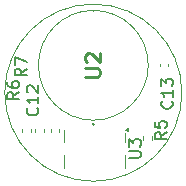
<source format=gbr>
%TF.GenerationSoftware,KiCad,Pcbnew,9.0.0*%
%TF.CreationDate,2025-03-13T16:48:12-04:00*%
%TF.ProjectId,IngestibleCapsule-Board_larger_vias,496e6765-7374-4696-926c-654361707375,rev?*%
%TF.SameCoordinates,Original*%
%TF.FileFunction,Legend,Top*%
%TF.FilePolarity,Positive*%
%FSLAX46Y46*%
G04 Gerber Fmt 4.6, Leading zero omitted, Abs format (unit mm)*
G04 Created by KiCad (PCBNEW 9.0.0) date 2025-03-13 16:48:12*
%MOMM*%
%LPD*%
G01*
G04 APERTURE LIST*
%ADD10C,0.150000*%
%ADD11C,0.254000*%
%ADD12C,0.120000*%
%ADD13C,0.100000*%
%ADD14C,0.200000*%
%TA.AperFunction,Profile*%
%ADD15C,0.050000*%
%TD*%
G04 APERTURE END LIST*
D10*
X103004819Y-100511904D02*
X103814342Y-100511904D01*
X103814342Y-100511904D02*
X103909580Y-100464285D01*
X103909580Y-100464285D02*
X103957200Y-100416666D01*
X103957200Y-100416666D02*
X104004819Y-100321428D01*
X104004819Y-100321428D02*
X104004819Y-100130952D01*
X104004819Y-100130952D02*
X103957200Y-100035714D01*
X103957200Y-100035714D02*
X103909580Y-99988095D01*
X103909580Y-99988095D02*
X103814342Y-99940476D01*
X103814342Y-99940476D02*
X103004819Y-99940476D01*
X103004819Y-99559523D02*
X103004819Y-98940476D01*
X103004819Y-98940476D02*
X103385771Y-99273809D01*
X103385771Y-99273809D02*
X103385771Y-99130952D01*
X103385771Y-99130952D02*
X103433390Y-99035714D01*
X103433390Y-99035714D02*
X103481009Y-98988095D01*
X103481009Y-98988095D02*
X103576247Y-98940476D01*
X103576247Y-98940476D02*
X103814342Y-98940476D01*
X103814342Y-98940476D02*
X103909580Y-98988095D01*
X103909580Y-98988095D02*
X103957200Y-99035714D01*
X103957200Y-99035714D02*
X104004819Y-99130952D01*
X104004819Y-99130952D02*
X104004819Y-99416666D01*
X104004819Y-99416666D02*
X103957200Y-99511904D01*
X103957200Y-99511904D02*
X103909580Y-99559523D01*
X93704819Y-94966666D02*
X93228628Y-95299999D01*
X93704819Y-95538094D02*
X92704819Y-95538094D01*
X92704819Y-95538094D02*
X92704819Y-95157142D01*
X92704819Y-95157142D02*
X92752438Y-95061904D01*
X92752438Y-95061904D02*
X92800057Y-95014285D01*
X92800057Y-95014285D02*
X92895295Y-94966666D01*
X92895295Y-94966666D02*
X93038152Y-94966666D01*
X93038152Y-94966666D02*
X93133390Y-95014285D01*
X93133390Y-95014285D02*
X93181009Y-95061904D01*
X93181009Y-95061904D02*
X93228628Y-95157142D01*
X93228628Y-95157142D02*
X93228628Y-95538094D01*
X92704819Y-94109523D02*
X92704819Y-94299999D01*
X92704819Y-94299999D02*
X92752438Y-94395237D01*
X92752438Y-94395237D02*
X92800057Y-94442856D01*
X92800057Y-94442856D02*
X92942914Y-94538094D01*
X92942914Y-94538094D02*
X93133390Y-94585713D01*
X93133390Y-94585713D02*
X93514342Y-94585713D01*
X93514342Y-94585713D02*
X93609580Y-94538094D01*
X93609580Y-94538094D02*
X93657200Y-94490475D01*
X93657200Y-94490475D02*
X93704819Y-94395237D01*
X93704819Y-94395237D02*
X93704819Y-94204761D01*
X93704819Y-94204761D02*
X93657200Y-94109523D01*
X93657200Y-94109523D02*
X93609580Y-94061904D01*
X93609580Y-94061904D02*
X93514342Y-94014285D01*
X93514342Y-94014285D02*
X93276247Y-94014285D01*
X93276247Y-94014285D02*
X93181009Y-94061904D01*
X93181009Y-94061904D02*
X93133390Y-94109523D01*
X93133390Y-94109523D02*
X93085771Y-94204761D01*
X93085771Y-94204761D02*
X93085771Y-94395237D01*
X93085771Y-94395237D02*
X93133390Y-94490475D01*
X93133390Y-94490475D02*
X93181009Y-94538094D01*
X93181009Y-94538094D02*
X93276247Y-94585713D01*
X95259580Y-96292857D02*
X95307200Y-96340476D01*
X95307200Y-96340476D02*
X95354819Y-96483333D01*
X95354819Y-96483333D02*
X95354819Y-96578571D01*
X95354819Y-96578571D02*
X95307200Y-96721428D01*
X95307200Y-96721428D02*
X95211961Y-96816666D01*
X95211961Y-96816666D02*
X95116723Y-96864285D01*
X95116723Y-96864285D02*
X94926247Y-96911904D01*
X94926247Y-96911904D02*
X94783390Y-96911904D01*
X94783390Y-96911904D02*
X94592914Y-96864285D01*
X94592914Y-96864285D02*
X94497676Y-96816666D01*
X94497676Y-96816666D02*
X94402438Y-96721428D01*
X94402438Y-96721428D02*
X94354819Y-96578571D01*
X94354819Y-96578571D02*
X94354819Y-96483333D01*
X94354819Y-96483333D02*
X94402438Y-96340476D01*
X94402438Y-96340476D02*
X94450057Y-96292857D01*
X95354819Y-95340476D02*
X95354819Y-95911904D01*
X95354819Y-95626190D02*
X94354819Y-95626190D01*
X94354819Y-95626190D02*
X94497676Y-95721428D01*
X94497676Y-95721428D02*
X94592914Y-95816666D01*
X94592914Y-95816666D02*
X94640533Y-95911904D01*
X94450057Y-94959523D02*
X94402438Y-94911904D01*
X94402438Y-94911904D02*
X94354819Y-94816666D01*
X94354819Y-94816666D02*
X94354819Y-94578571D01*
X94354819Y-94578571D02*
X94402438Y-94483333D01*
X94402438Y-94483333D02*
X94450057Y-94435714D01*
X94450057Y-94435714D02*
X94545295Y-94388095D01*
X94545295Y-94388095D02*
X94640533Y-94388095D01*
X94640533Y-94388095D02*
X94783390Y-94435714D01*
X94783390Y-94435714D02*
X95354819Y-95007142D01*
X95354819Y-95007142D02*
X95354819Y-94388095D01*
X94354819Y-92966666D02*
X93878628Y-93299999D01*
X94354819Y-93538094D02*
X93354819Y-93538094D01*
X93354819Y-93538094D02*
X93354819Y-93157142D01*
X93354819Y-93157142D02*
X93402438Y-93061904D01*
X93402438Y-93061904D02*
X93450057Y-93014285D01*
X93450057Y-93014285D02*
X93545295Y-92966666D01*
X93545295Y-92966666D02*
X93688152Y-92966666D01*
X93688152Y-92966666D02*
X93783390Y-93014285D01*
X93783390Y-93014285D02*
X93831009Y-93061904D01*
X93831009Y-93061904D02*
X93878628Y-93157142D01*
X93878628Y-93157142D02*
X93878628Y-93538094D01*
X93354819Y-92633332D02*
X93354819Y-91966666D01*
X93354819Y-91966666D02*
X94354819Y-92395237D01*
D11*
X99304318Y-93647619D02*
X100332413Y-93647619D01*
X100332413Y-93647619D02*
X100453365Y-93587142D01*
X100453365Y-93587142D02*
X100513842Y-93526666D01*
X100513842Y-93526666D02*
X100574318Y-93405714D01*
X100574318Y-93405714D02*
X100574318Y-93163809D01*
X100574318Y-93163809D02*
X100513842Y-93042857D01*
X100513842Y-93042857D02*
X100453365Y-92982380D01*
X100453365Y-92982380D02*
X100332413Y-92921904D01*
X100332413Y-92921904D02*
X99304318Y-92921904D01*
X99425270Y-92377619D02*
X99364794Y-92317143D01*
X99364794Y-92317143D02*
X99304318Y-92196190D01*
X99304318Y-92196190D02*
X99304318Y-91893809D01*
X99304318Y-91893809D02*
X99364794Y-91772857D01*
X99364794Y-91772857D02*
X99425270Y-91712381D01*
X99425270Y-91712381D02*
X99546222Y-91651904D01*
X99546222Y-91651904D02*
X99667175Y-91651904D01*
X99667175Y-91651904D02*
X99848603Y-91712381D01*
X99848603Y-91712381D02*
X100574318Y-92438095D01*
X100574318Y-92438095D02*
X100574318Y-91651904D01*
D10*
X106644579Y-95722858D02*
X106692199Y-95770477D01*
X106692199Y-95770477D02*
X106739818Y-95913334D01*
X106739818Y-95913334D02*
X106739818Y-96008572D01*
X106739818Y-96008572D02*
X106692199Y-96151429D01*
X106692199Y-96151429D02*
X106596960Y-96246667D01*
X106596960Y-96246667D02*
X106501722Y-96294286D01*
X106501722Y-96294286D02*
X106311246Y-96341905D01*
X106311246Y-96341905D02*
X106168389Y-96341905D01*
X106168389Y-96341905D02*
X105977913Y-96294286D01*
X105977913Y-96294286D02*
X105882675Y-96246667D01*
X105882675Y-96246667D02*
X105787437Y-96151429D01*
X105787437Y-96151429D02*
X105739818Y-96008572D01*
X105739818Y-96008572D02*
X105739818Y-95913334D01*
X105739818Y-95913334D02*
X105787437Y-95770477D01*
X105787437Y-95770477D02*
X105835056Y-95722858D01*
X106739818Y-94770477D02*
X106739818Y-95341905D01*
X106739818Y-95056191D02*
X105739818Y-95056191D01*
X105739818Y-95056191D02*
X105882675Y-95151429D01*
X105882675Y-95151429D02*
X105977913Y-95246667D01*
X105977913Y-95246667D02*
X106025532Y-95341905D01*
X105739818Y-94437143D02*
X105739818Y-93818096D01*
X105739818Y-93818096D02*
X106120770Y-94151429D01*
X106120770Y-94151429D02*
X106120770Y-94008572D01*
X106120770Y-94008572D02*
X106168389Y-93913334D01*
X106168389Y-93913334D02*
X106216008Y-93865715D01*
X106216008Y-93865715D02*
X106311246Y-93818096D01*
X106311246Y-93818096D02*
X106549341Y-93818096D01*
X106549341Y-93818096D02*
X106644579Y-93865715D01*
X106644579Y-93865715D02*
X106692199Y-93913334D01*
X106692199Y-93913334D02*
X106739818Y-94008572D01*
X106739818Y-94008572D02*
X106739818Y-94294286D01*
X106739818Y-94294286D02*
X106692199Y-94389524D01*
X106692199Y-94389524D02*
X106644579Y-94437143D01*
X106204819Y-98366666D02*
X105728628Y-98699999D01*
X106204819Y-98938094D02*
X105204819Y-98938094D01*
X105204819Y-98938094D02*
X105204819Y-98557142D01*
X105204819Y-98557142D02*
X105252438Y-98461904D01*
X105252438Y-98461904D02*
X105300057Y-98414285D01*
X105300057Y-98414285D02*
X105395295Y-98366666D01*
X105395295Y-98366666D02*
X105538152Y-98366666D01*
X105538152Y-98366666D02*
X105633390Y-98414285D01*
X105633390Y-98414285D02*
X105681009Y-98461904D01*
X105681009Y-98461904D02*
X105728628Y-98557142D01*
X105728628Y-98557142D02*
X105728628Y-98938094D01*
X105204819Y-97461904D02*
X105204819Y-97938094D01*
X105204819Y-97938094D02*
X105681009Y-97985713D01*
X105681009Y-97985713D02*
X105633390Y-97938094D01*
X105633390Y-97938094D02*
X105585771Y-97842856D01*
X105585771Y-97842856D02*
X105585771Y-97604761D01*
X105585771Y-97604761D02*
X105633390Y-97509523D01*
X105633390Y-97509523D02*
X105681009Y-97461904D01*
X105681009Y-97461904D02*
X105776247Y-97414285D01*
X105776247Y-97414285D02*
X106014342Y-97414285D01*
X106014342Y-97414285D02*
X106109580Y-97461904D01*
X106109580Y-97461904D02*
X106157200Y-97509523D01*
X106157200Y-97509523D02*
X106204819Y-97604761D01*
X106204819Y-97604761D02*
X106204819Y-97842856D01*
X106204819Y-97842856D02*
X106157200Y-97938094D01*
X106157200Y-97938094D02*
X106109580Y-97985713D01*
D12*
%TO.C,U3*%
X97490000Y-99190000D02*
X97490000Y-98140000D01*
X97490000Y-100310000D02*
X97490000Y-101360000D01*
X102710000Y-99190000D02*
X102710000Y-98440000D01*
X102710000Y-100310000D02*
X102710000Y-101360000D01*
X102900000Y-98280000D02*
X102710000Y-98140000D01*
X102900000Y-98000000D01*
X102900000Y-98280000D01*
G36*
X102900000Y-98280000D02*
G01*
X102710000Y-98140000D01*
X102900000Y-98000000D01*
X102900000Y-98280000D01*
G37*
%TO.C,R6*%
X93970000Y-98353641D02*
X93970000Y-98046359D01*
X94730000Y-98353641D02*
X94730000Y-98046359D01*
%TO.C,C12*%
X96390000Y-98307836D02*
X96390000Y-98092164D01*
X97110000Y-98307836D02*
X97110000Y-98092164D01*
%TO.C,R7*%
X95070000Y-98036359D02*
X95070000Y-98343641D01*
X95830000Y-98036359D02*
X95830000Y-98343641D01*
D13*
%TO.C,U2*%
X100000000Y-88080000D02*
X100000000Y-88080000D01*
X100000000Y-97280000D02*
X100000000Y-97280000D01*
X104650000Y-92680000D02*
G75*
G02*
X95350000Y-92680000I-4650000J0D01*
G01*
X95350000Y-92680000D02*
G75*
G02*
X104650000Y-92680000I4650000J0D01*
G01*
D14*
X100080000Y-97680000D02*
G75*
G02*
X99920000Y-97680000I-80000J0D01*
G01*
X99920000Y-97680000D02*
G75*
G02*
X100080000Y-97680000I80000J0D01*
G01*
D12*
%TO.C,C13*%
X105640000Y-92757836D02*
X105640000Y-92542164D01*
X106360000Y-92757836D02*
X106360000Y-92542164D01*
%TO.C,R5*%
X104170000Y-98686359D02*
X104170000Y-98993641D01*
X104930000Y-98686359D02*
X104930000Y-98993641D01*
%TD*%
D15*
X107500000Y-95000000D02*
G75*
G02*
X92500000Y-95000000I-7500000J0D01*
G01*
X92500000Y-95000000D02*
G75*
G02*
X107500000Y-95000000I7500000J0D01*
G01*
M02*

</source>
